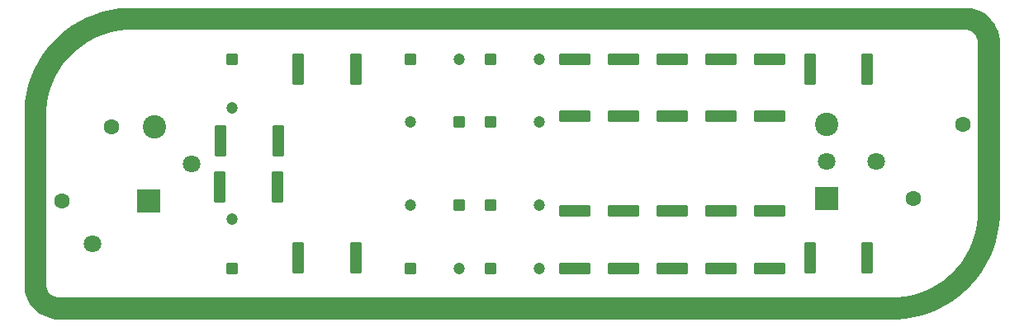
<source format=gbs>
G04*
G04 #@! TF.GenerationSoftware,Altium Limited,Altium Designer,22.4.2 (48)*
G04*
G04 Layer_Color=16711935*
%FSLAX44Y44*%
%MOMM*%
G71*
G04*
G04 #@! TF.SameCoordinates,4816D0BE-1F83-4A6B-9D26-C2E6DC4596A5*
G04*
G04*
G04 #@! TF.FilePolarity,Negative*
G04*
G01*
G75*
G04:AMPARAMS|DCode=14|XSize=1.2mm|YSize=1.2mm|CornerRadius=0.15mm|HoleSize=0mm|Usage=FLASHONLY|Rotation=0.000|XOffset=0mm|YOffset=0mm|HoleType=Round|Shape=RoundedRectangle|*
%AMROUNDEDRECTD14*
21,1,1.2000,0.9000,0,0,0.0*
21,1,0.9000,1.2000,0,0,0.0*
1,1,0.3000,0.4500,-0.4500*
1,1,0.3000,-0.4500,-0.4500*
1,1,0.3000,-0.4500,0.4500*
1,1,0.3000,0.4500,0.4500*
%
%ADD14ROUNDEDRECTD14*%
%ADD15C,1.2000*%
G04:AMPARAMS|DCode=16|XSize=1.2mm|YSize=1.2mm|CornerRadius=0.15mm|HoleSize=0mm|Usage=FLASHONLY|Rotation=90.000|XOffset=0mm|YOffset=0mm|HoleType=Round|Shape=RoundedRectangle|*
%AMROUNDEDRECTD16*
21,1,1.2000,0.9000,0,0,90.0*
21,1,0.9000,1.2000,0,0,90.0*
1,1,0.3000,0.4500,0.4500*
1,1,0.3000,0.4500,-0.4500*
1,1,0.3000,-0.4500,-0.4500*
1,1,0.3000,-0.4500,0.4500*
%
%ADD16ROUNDEDRECTD16*%
%ADD17R,2.4000X2.4000*%
%ADD18C,2.4000*%
%ADD19C,1.8000*%
%ADD20C,1.6000*%
G04:AMPARAMS|DCode=23|XSize=3.25mm|YSize=1.2mm|CornerRadius=0.15mm|HoleSize=0mm|Usage=FLASHONLY|Rotation=270.000|XOffset=0mm|YOffset=0mm|HoleType=Round|Shape=RoundedRectangle|*
%AMROUNDEDRECTD23*
21,1,3.2500,0.9000,0,0,270.0*
21,1,2.9500,1.2000,0,0,270.0*
1,1,0.3000,-0.4500,-1.4750*
1,1,0.3000,-0.4500,1.4750*
1,1,0.3000,0.4500,1.4750*
1,1,0.3000,0.4500,-1.4750*
%
%ADD23ROUNDEDRECTD23*%
G04:AMPARAMS|DCode=24|XSize=3.25mm|YSize=1.2mm|CornerRadius=0.15mm|HoleSize=0mm|Usage=FLASHONLY|Rotation=0.000|XOffset=0mm|YOffset=0mm|HoleType=Round|Shape=RoundedRectangle|*
%AMROUNDEDRECTD24*
21,1,3.2500,0.9000,0,0,0.0*
21,1,2.9500,1.2000,0,0,0.0*
1,1,0.3000,1.4750,-0.4500*
1,1,0.3000,-1.4750,-0.4500*
1,1,0.3000,-1.4750,0.4500*
1,1,0.3000,1.4750,0.4500*
%
%ADD24ROUNDEDRECTD24*%
G36*
X110000Y160000D02*
X110000Y137500D01*
X110000Y137500D01*
X105707Y137395D01*
X97161Y136553D01*
X88739Y134878D01*
X80522Y132385D01*
X72589Y129099D01*
X65016Y125051D01*
X57876Y120281D01*
X51238Y114833D01*
X45167Y108761D01*
X39719Y102124D01*
X34949Y94984D01*
X30901Y87411D01*
X27615Y79478D01*
X25122Y71261D01*
X23447Y62839D01*
X22605Y54293D01*
X22500Y50000D01*
X22501D01*
Y-125000D01*
X11250D01*
X22500Y-125000D01*
X22560Y-126225D01*
X23038Y-128629D01*
X23976Y-130892D01*
X25337Y-132930D01*
X27070Y-134663D01*
X29107Y-136024D01*
X31371Y-136962D01*
X33775Y-137440D01*
X35000Y-137500D01*
X35000Y-137500D01*
X35000Y-160000D01*
X32706Y-160000D01*
X28157Y-159401D01*
X23725Y-158214D01*
X19487Y-156458D01*
X15513Y-154164D01*
X11873Y-151371D01*
X8629Y-148127D01*
X5836Y-144487D01*
X3542Y-140513D01*
X1786Y-136275D01*
X599Y-131843D01*
X-0Y-127294D01*
X-0Y-125000D01*
Y-125000D01*
X0D01*
Y50000D01*
X-0Y54322D01*
X678Y62939D01*
X2030Y71476D01*
X4048Y79882D01*
X6719Y88102D01*
X10027Y96088D01*
X13951Y103790D01*
X18468Y111160D01*
X23548Y118153D01*
X29162Y124726D01*
X35274Y130838D01*
X41847Y136452D01*
X48840Y141532D01*
X56210Y146049D01*
X63912Y149973D01*
X71898Y153281D01*
X80119Y155952D01*
X88524Y157970D01*
X97061Y159322D01*
X105678Y160000D01*
X110000Y160000D01*
D02*
G37*
G36*
X965000Y160000D02*
X967294Y160000D01*
X971843Y159401D01*
X976274Y158214D01*
X980513Y156458D01*
X984487Y154164D01*
X988127Y151371D01*
X991371Y148127D01*
X994164Y144487D01*
X996458Y140513D01*
X998214Y136274D01*
X999401Y131843D01*
X1000000Y127294D01*
X1000000Y125000D01*
X1000000D01*
Y-50000D01*
X1000000D01*
X1000000Y-50000D01*
X1000000Y-54322D01*
X999322Y-62939D01*
X997970Y-71476D01*
X995952Y-79882D01*
X993281Y-88102D01*
X989973Y-96088D01*
X986049Y-103790D01*
X981532Y-111160D01*
X976451Y-118153D01*
X970838Y-124726D01*
X964726Y-130838D01*
X958153Y-136452D01*
X951160Y-141532D01*
X943790Y-146049D01*
X936088Y-149973D01*
X928102Y-153281D01*
X919882Y-155952D01*
X911477Y-157970D01*
X902939Y-159322D01*
X894322Y-160000D01*
X890000Y-160000D01*
Y-160000D01*
X35000D01*
Y-137499D01*
X890000D01*
Y-137500D01*
X890000Y-137500D01*
X894293Y-137395D01*
X902839Y-136553D01*
X911261Y-134878D01*
X919478Y-132385D01*
X927411Y-129099D01*
X934984Y-125051D01*
X942124Y-120281D01*
X948761Y-114833D01*
X954833Y-108761D01*
X960281Y-102124D01*
X965051Y-94984D01*
X969099Y-87411D01*
X972385Y-79478D01*
X974878Y-71261D01*
X976553Y-62839D01*
X977395Y-54293D01*
X977500Y-50000D01*
X1000000Y-50000D01*
X977499D01*
Y125000D01*
X977500D01*
X977440Y126225D01*
X976962Y128629D01*
X976024Y130892D01*
X974663Y132930D01*
X972930Y134663D01*
X970892Y136024D01*
X968628Y136962D01*
X966225Y137440D01*
X965000Y137500D01*
Y137499D01*
X110000D01*
Y160000D01*
X965000D01*
Y160000D01*
D02*
G37*
D14*
X478000Y-107501D02*
D03*
Y107500D02*
D03*
Y-42500D02*
D03*
Y42499D02*
D03*
X396000Y-107501D02*
D03*
X446000Y42499D02*
D03*
Y-42500D02*
D03*
X396000Y107500D02*
D03*
D15*
X528000Y-107501D02*
D03*
X212500Y-57501D02*
D03*
X528000Y107500D02*
D03*
Y-42500D02*
D03*
Y42499D02*
D03*
X446000Y-107501D02*
D03*
X396000Y42499D02*
D03*
Y-42500D02*
D03*
X212500Y57500D02*
D03*
X446000Y107500D02*
D03*
D16*
X212500Y-107501D02*
D03*
Y107500D02*
D03*
D17*
X127000Y-38100D02*
D03*
X822200Y-35600D02*
D03*
D18*
X133350Y38100D02*
D03*
X822200Y40600D02*
D03*
D19*
X171450Y0D02*
D03*
X69850Y-82550D02*
D03*
X822200Y2500D02*
D03*
X873000D02*
D03*
D20*
X88900Y38100D02*
D03*
X38100Y-38100D02*
D03*
X911100Y-35600D02*
D03*
X961900Y40600D02*
D03*
D23*
X200500Y-23750D02*
D03*
X259500D02*
D03*
X339500Y-97251D02*
D03*
X280500D02*
D03*
X339500Y97250D02*
D03*
X280500D02*
D03*
X260000Y23249D02*
D03*
X201000D02*
D03*
X864200Y-97251D02*
D03*
X805200D02*
D03*
X864200Y97250D02*
D03*
X805200D02*
D03*
D24*
X614475Y107500D02*
D03*
Y48500D02*
D03*
X614475Y-107501D02*
D03*
Y-48501D02*
D03*
X714425Y107500D02*
D03*
Y48500D02*
D03*
X764400D02*
D03*
Y107500D02*
D03*
X664450Y-48501D02*
D03*
Y-107501D02*
D03*
X564500Y48500D02*
D03*
Y107500D02*
D03*
X564500Y-48501D02*
D03*
Y-107501D02*
D03*
X664450Y48500D02*
D03*
Y107500D02*
D03*
X764400Y-48501D02*
D03*
Y-107501D02*
D03*
X714425Y-48501D02*
D03*
Y-107501D02*
D03*
M02*

</source>
